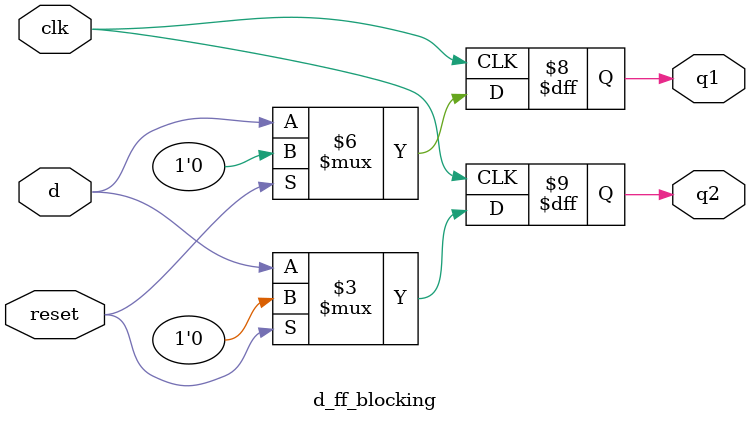
<source format=v>
`timescale 1ns / 1ps


module d_ff_blocking(d, clk, reset, q1, q2);

input d, clk, reset;
output reg q1, q2;

always@(posedge clk)
    begin
        if(reset)
            begin
                q1 = 0;
                q2 = 0;
            end
        else
            begin
                q1 = d;
                q2 = q1;
            end
    end   
endmodule

</source>
